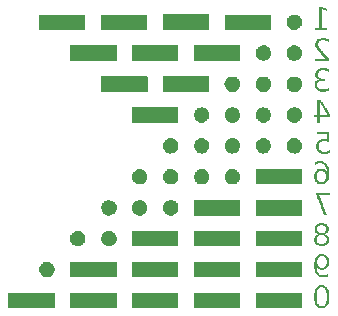
<source format=gbr>
G04*
G04 #@! TF.GenerationSoftware,Altium Limited,Altium Designer,22.4.2 (48)*
G04*
G04 Layer_Color=32896*
%FSLAX45Y45*%
%MOMM*%
G71*
G04*
G04 #@! TF.SameCoordinates,A1ACB9CE-F43E-4389-816B-9D06E944576F*
G04*
G04*
G04 #@! TF.FilePolarity,Positive*
G04*
G01*
G75*
G36*
X3455308Y2165895D02*
X3466789D01*
Y2160154D01*
X3478270D01*
Y2154414D01*
X3484011D01*
Y2148673D01*
X3489752D01*
Y2142932D01*
X3495492D01*
Y2131451D01*
X3501233D01*
Y2119970D01*
X3506973D01*
Y2102748D01*
X3512714D01*
Y2039602D01*
X3506973D01*
Y2016640D01*
X3501233D01*
Y2005159D01*
X3495492D01*
Y1999418D01*
X3489752D01*
Y1993678D01*
X3484011D01*
Y1987937D01*
X3478270D01*
Y1982197D01*
X3466789D01*
Y1976456D01*
X3426606D01*
Y1982197D01*
X3409384D01*
Y1987937D01*
X3403643D01*
Y1993678D01*
X3397903D01*
Y1999418D01*
X3392162D01*
Y2005159D01*
X3386421D01*
Y2022381D01*
X3380681D01*
Y2062565D01*
X3386421D01*
Y2079786D01*
X3392162D01*
Y2085527D01*
X3397903D01*
Y2091267D01*
X3403643D01*
Y2097008D01*
X3409384D01*
Y2102748D01*
X3426606D01*
Y2108489D01*
X3461049D01*
Y2102748D01*
X3478270D01*
Y2097008D01*
X3484011D01*
Y2091267D01*
X3489752D01*
Y2097008D01*
Y2108489D01*
X3484011D01*
Y2125711D01*
X3478270D01*
Y2137192D01*
X3472530D01*
Y2142932D01*
X3466789D01*
Y2148673D01*
X3449568D01*
Y2154414D01*
X3415124D01*
Y2148673D01*
X3397903D01*
Y2142932D01*
X3392162D01*
Y2165895D01*
X3403643D01*
Y2171635D01*
X3455308D01*
Y2165895D01*
D02*
G37*
G36*
X3277351Y2102748D02*
X3283091D01*
Y1976456D01*
X2886993D01*
Y2108489D01*
X3277351D01*
Y2102748D01*
D02*
G37*
G36*
X2714776Y2097008D02*
X2726257D01*
Y2091267D01*
X2731998D01*
Y2085527D01*
X2737739D01*
Y2079786D01*
X2743479D01*
Y2074046D01*
X2749220D01*
Y2062565D01*
X2754960D01*
Y2016640D01*
X2749220D01*
Y2005159D01*
X2743479D01*
Y1999418D01*
X2737739D01*
Y1993678D01*
X2731998D01*
Y1987937D01*
X2726257D01*
Y1982197D01*
X2714776D01*
Y1976456D01*
X2668852D01*
Y1982197D01*
X2657371D01*
Y1987937D01*
X2645890D01*
Y1993678D01*
X2640149D01*
Y2005159D01*
X2634408D01*
Y2010899D01*
X2628668D01*
Y2068305D01*
X2634408D01*
Y2074046D01*
X2640149D01*
Y2085527D01*
X2645890D01*
Y2091267D01*
X2657371D01*
Y2097008D01*
X2663112D01*
Y2102748D01*
X2714776D01*
Y2097008D01*
D02*
G37*
G36*
X2456451D02*
X2467933D01*
Y2091267D01*
X2473673D01*
Y2085527D01*
X2479414D01*
Y2079786D01*
X2485154D01*
Y2068305D01*
X2490895D01*
Y2051083D01*
X2496635D01*
Y2028121D01*
X2490895D01*
Y2010899D01*
X2485154D01*
Y1999418D01*
X2479414D01*
Y1993678D01*
X2473673D01*
Y1987937D01*
X2467933D01*
Y1982197D01*
X2456451D01*
Y1976456D01*
X2404786D01*
Y1982197D01*
X2393305D01*
Y1987937D01*
X2387565D01*
Y1993678D01*
X2381824D01*
Y1999418D01*
X2376084D01*
Y2005159D01*
X2370343D01*
Y2022381D01*
X2364602D01*
Y2051083D01*
Y2056824D01*
X2370343D01*
Y2074046D01*
X2376084D01*
Y2079786D01*
X2381824D01*
Y2085527D01*
X2387565D01*
Y2091267D01*
X2393305D01*
Y2097008D01*
X2404786D01*
Y2102748D01*
X2456451D01*
Y2097008D01*
D02*
G37*
G36*
X2192386D02*
X2203867D01*
Y2091267D01*
X2209607D01*
Y2085527D01*
X2215348D01*
Y2079786D01*
X2221089D01*
Y2074046D01*
X2226829D01*
Y2062565D01*
X2232570D01*
Y2039602D01*
Y2033862D01*
Y2016640D01*
X2226829D01*
Y2005159D01*
X2221089D01*
Y1999418D01*
X2215348D01*
Y1993678D01*
X2209607D01*
Y1987937D01*
X2203867D01*
Y1982197D01*
X2192386D01*
Y1976456D01*
X2140721D01*
Y1982197D01*
X2134980D01*
Y1987937D01*
X2123499D01*
Y1993678D01*
X2117759D01*
Y2005159D01*
X2112018D01*
Y2010899D01*
X2106277D01*
Y2039602D01*
X2100537D01*
Y2045343D01*
X2106277D01*
Y2068305D01*
X2112018D01*
Y2074046D01*
X2117759D01*
Y2085527D01*
X2123499D01*
Y2091267D01*
X2134980D01*
Y2097008D01*
X2140721D01*
Y2102748D01*
X2192386D01*
Y2097008D01*
D02*
G37*
G36*
X1928320D02*
X1939801D01*
Y2091267D01*
X1951282D01*
Y2085527D01*
X1957023D01*
Y2074046D01*
X1962763D01*
Y2068305D01*
X1968504D01*
Y2010899D01*
X1962763D01*
Y2005159D01*
X1957023D01*
Y1993678D01*
X1951282D01*
Y1987937D01*
X1939801D01*
Y1982197D01*
X1928320D01*
Y1976456D01*
X1882396D01*
Y1982197D01*
X1870914D01*
Y1987937D01*
X1865174D01*
Y1993678D01*
X1859433D01*
Y1999418D01*
X1853693D01*
Y2005159D01*
X1847952D01*
Y2016640D01*
X1842212D01*
Y2062565D01*
X1847952D01*
Y2074046D01*
X1853693D01*
Y2079786D01*
X1859433D01*
Y2085527D01*
X1865174D01*
Y2091267D01*
X1870914D01*
Y2097008D01*
X1882396D01*
Y2102748D01*
X1928320D01*
Y2097008D01*
D02*
G37*
G36*
X3518454Y1890348D02*
X3426606D01*
Y1878867D01*
X3432346D01*
Y1861645D01*
X3438087D01*
Y1850164D01*
X3443827D01*
Y1832942D01*
X3449568D01*
Y1815721D01*
X3455308D01*
Y1804239D01*
X3461049D01*
Y1787018D01*
X3466789D01*
Y1769796D01*
X3472530D01*
Y1758315D01*
X3478270D01*
Y1741093D01*
X3484011D01*
Y1723872D01*
X3489752D01*
Y1718131D01*
X3466789D01*
Y1723872D01*
X3461049D01*
Y1735353D01*
X3455308D01*
Y1752574D01*
X3449568D01*
Y1769796D01*
X3443827D01*
Y1781277D01*
X3438087D01*
Y1798499D01*
X3432346D01*
Y1815721D01*
X3426606D01*
Y1827202D01*
X3420865D01*
Y1844423D01*
X3415124D01*
Y1855904D01*
X3409384D01*
Y1873126D01*
X3403643D01*
Y1890348D01*
X3397903D01*
Y1907569D01*
X3518454D01*
Y1890348D01*
D02*
G37*
G36*
X3277351Y1838683D02*
X3283091D01*
Y1718131D01*
X3277351D01*
Y1712391D01*
X2886993D01*
Y1838683D01*
Y1844423D01*
X3277351D01*
Y1838683D01*
D02*
G37*
G36*
X2754960Y1832942D02*
Y1827202D01*
Y1712391D01*
X2364602D01*
Y1844423D01*
X2754960D01*
Y1832942D01*
D02*
G37*
G36*
X2186645Y1838683D02*
X2198126D01*
Y1832942D01*
X2209607D01*
Y1827202D01*
X2215348D01*
Y1821461D01*
X2221089D01*
Y1815721D01*
X2226829D01*
Y1798499D01*
X2232570D01*
Y1758315D01*
X2226829D01*
Y1741093D01*
X2221089D01*
Y1735353D01*
X2215348D01*
Y1729612D01*
X2209607D01*
Y1723872D01*
X2198126D01*
Y1718131D01*
X2186645D01*
Y1712391D01*
X2152202D01*
Y1718131D01*
X2134980D01*
Y1723872D01*
X2129240D01*
Y1729612D01*
X2123499D01*
Y1735353D01*
X2117759D01*
Y1741093D01*
X2112018D01*
Y1752574D01*
X2106277D01*
Y1775537D01*
X2100537D01*
Y1781277D01*
X2106277D01*
Y1804239D01*
X2112018D01*
Y1809980D01*
Y1815721D01*
X2117759D01*
Y1821461D01*
X2123499D01*
Y1827202D01*
X2129240D01*
Y1832942D01*
X2134980D01*
Y1838683D01*
X2152202D01*
Y1844423D01*
X2186645D01*
Y1838683D01*
D02*
G37*
G36*
X1922580D02*
X1934061D01*
Y1832942D01*
X1945542D01*
Y1827202D01*
X1951282D01*
Y1821461D01*
X1957023D01*
Y1815721D01*
X1962763D01*
Y1804239D01*
X1968504D01*
Y1752574D01*
X1962763D01*
Y1741093D01*
X1957023D01*
Y1735353D01*
X1951282D01*
Y1729612D01*
X1945542D01*
Y1723872D01*
X1934061D01*
Y1718131D01*
X1922580D01*
Y1712391D01*
X1888136D01*
Y1718131D01*
X1876655D01*
Y1723872D01*
X1865174D01*
Y1729612D01*
X1859433D01*
Y1735353D01*
X1853693D01*
Y1741093D01*
X1847952D01*
Y1752574D01*
X1842212D01*
Y1804239D01*
X1847952D01*
Y1815721D01*
X1853693D01*
Y1821461D01*
X1859433D01*
Y1827202D01*
X1865174D01*
Y1832942D01*
X1876655D01*
Y1838683D01*
X1888136D01*
Y1844423D01*
X1922580D01*
Y1838683D01*
D02*
G37*
G36*
X1658514D02*
X1675736D01*
Y1832942D01*
X1681476D01*
Y1827202D01*
X1692957D01*
Y1821461D01*
X1698698D01*
Y1809980D01*
X1704438D01*
Y1798499D01*
X1710179D01*
Y1758315D01*
X1704438D01*
Y1746834D01*
X1698698D01*
Y1735353D01*
X1692957D01*
Y1729612D01*
X1687217D01*
Y1723872D01*
X1675736D01*
Y1718131D01*
X1658514D01*
Y1712391D01*
X1629811D01*
Y1718131D01*
X1612589D01*
Y1723872D01*
X1606849D01*
Y1729612D01*
X1595368D01*
Y1741093D01*
X1589627D01*
Y1746834D01*
X1583887D01*
Y1752574D01*
Y1764056D01*
X1578146D01*
Y1792758D01*
X1583887D01*
Y1809980D01*
X1589627D01*
Y1815721D01*
X1595368D01*
Y1821461D01*
X1601108D01*
Y1827202D01*
X1606849D01*
Y1832942D01*
X1612589D01*
Y1838683D01*
X1629811D01*
Y1844423D01*
X1658514D01*
Y1838683D01*
D02*
G37*
G36*
X3466789Y1643504D02*
X3484011D01*
Y1637763D01*
X3489752D01*
Y1632023D01*
X3495492D01*
Y1626282D01*
X3501233D01*
Y1614801D01*
X3506973D01*
Y1580358D01*
X3501233D01*
Y1568877D01*
X3495492D01*
Y1563136D01*
X3484011D01*
Y1557395D01*
X3478270D01*
Y1551655D01*
X3489752D01*
Y1545914D01*
X3495492D01*
Y1540174D01*
X3501233D01*
Y1534433D01*
X3506973D01*
Y1528693D01*
X3512714D01*
Y1488509D01*
X3506973D01*
Y1477028D01*
X3501233D01*
Y1471287D01*
X3495492D01*
Y1465546D01*
X3489752D01*
Y1459806D01*
X3472530D01*
Y1454065D01*
X3420865D01*
Y1459806D01*
X3403643D01*
Y1465546D01*
X3397903D01*
Y1471287D01*
X3392162D01*
Y1477028D01*
X3386421D01*
Y1488509D01*
X3380681D01*
Y1522952D01*
X3386421D01*
Y1534433D01*
X3392162D01*
Y1540174D01*
X3397903D01*
Y1545914D01*
X3403643D01*
Y1551655D01*
X3415124D01*
Y1557395D01*
X3409384D01*
Y1563136D01*
X3397903D01*
Y1568877D01*
X3392162D01*
Y1580358D01*
X3386421D01*
Y1614801D01*
X3392162D01*
Y1626282D01*
X3397903D01*
Y1632023D01*
X3403643D01*
Y1637763D01*
X3409384D01*
Y1643504D01*
X3426606D01*
Y1649244D01*
X3466789D01*
Y1643504D01*
D02*
G37*
G36*
X3283091Y1454065D02*
X2886993D01*
Y1580358D01*
X3283091D01*
Y1454065D01*
D02*
G37*
G36*
X2754960D02*
X2364602D01*
Y1580358D01*
X2754960D01*
Y1454065D01*
D02*
G37*
G36*
X2232570D02*
X1842212D01*
Y1528693D01*
Y1534433D01*
Y1580358D01*
X2232570D01*
Y1454065D01*
D02*
G37*
G36*
X1669995Y1574617D02*
X1681476D01*
Y1568877D01*
X1687217D01*
Y1563136D01*
X1692957D01*
Y1557395D01*
X1698698D01*
Y1551655D01*
X1704438D01*
Y1534433D01*
X1710179D01*
Y1499990D01*
X1704438D01*
Y1482768D01*
X1698698D01*
Y1477028D01*
X1692957D01*
Y1471287D01*
X1687217D01*
Y1465546D01*
X1681476D01*
Y1459806D01*
X1669995D01*
Y1454065D01*
X1618330D01*
Y1459806D01*
X1606849D01*
Y1465546D01*
X1601108D01*
Y1471287D01*
X1595368D01*
Y1477028D01*
X1589627D01*
Y1488509D01*
X1583887D01*
Y1499990D01*
X1578146D01*
Y1534433D01*
X1583887D01*
Y1545914D01*
X1589627D01*
Y1557395D01*
X1595368D01*
Y1563136D01*
X1601108D01*
Y1568877D01*
X1606849D01*
Y1574617D01*
X1618330D01*
Y1580358D01*
X1669995D01*
Y1574617D01*
D02*
G37*
G36*
X1405929D02*
X1417410D01*
Y1568877D01*
X1423151D01*
Y1563136D01*
X1428892D01*
Y1557395D01*
X1434632D01*
Y1551655D01*
X1440373D01*
Y1540174D01*
X1446113D01*
Y1494249D01*
X1440373D01*
Y1482768D01*
X1434632D01*
Y1477028D01*
X1428892D01*
Y1471287D01*
X1423151D01*
Y1465546D01*
X1417410D01*
Y1459806D01*
X1405929D01*
Y1454065D01*
X1354264D01*
Y1459806D01*
X1348524D01*
Y1465546D01*
X1337043D01*
Y1471287D01*
X1331302D01*
Y1477028D01*
X1325562D01*
Y1488509D01*
X1319821D01*
Y1511471D01*
X1314080D01*
Y1522952D01*
X1319821D01*
Y1545914D01*
X1325562D01*
Y1551655D01*
X1331302D01*
Y1563136D01*
X1337043D01*
Y1568877D01*
X1348524D01*
Y1574617D01*
X1360005D01*
Y1580358D01*
X1405929D01*
Y1574617D01*
D02*
G37*
G36*
X3466789Y1379438D02*
X3484011D01*
Y1373698D01*
X3489752D01*
Y1367957D01*
X3495492D01*
Y1362216D01*
X3501233D01*
Y1356476D01*
X3506973D01*
Y1339254D01*
X3512714D01*
Y1299070D01*
X3506973D01*
Y1281849D01*
X3501233D01*
Y1276108D01*
X3495492D01*
Y1270368D01*
X3489752D01*
Y1264627D01*
X3484011D01*
Y1258886D01*
X3466789D01*
Y1253146D01*
X3432346D01*
Y1258886D01*
X3415124D01*
Y1264627D01*
X3409384D01*
Y1270368D01*
X3403643D01*
Y1253146D01*
X3409384D01*
Y1235924D01*
X3415124D01*
Y1224443D01*
X3420865D01*
Y1218703D01*
X3426606D01*
Y1212962D01*
X3443827D01*
Y1207222D01*
X3478270D01*
Y1212962D01*
X3495492D01*
Y1218703D01*
X3501233D01*
Y1195740D01*
X3489752D01*
Y1190000D01*
X3438087D01*
Y1195740D01*
X3426606D01*
Y1201481D01*
X3415124D01*
Y1207222D01*
X3409384D01*
Y1212962D01*
X3403643D01*
Y1218703D01*
X3397903D01*
Y1230184D01*
X3392162D01*
Y1241665D01*
X3386421D01*
Y1258886D01*
X3380681D01*
Y1322033D01*
X3386421D01*
Y1344995D01*
X3392162D01*
Y1356476D01*
X3397903D01*
Y1362216D01*
X3403643D01*
Y1367957D01*
X3409384D01*
Y1373698D01*
X3415124D01*
Y1379438D01*
X3426606D01*
Y1385179D01*
X3466789D01*
Y1379438D01*
D02*
G37*
G36*
X3277351Y1316292D02*
X3283091D01*
Y1190000D01*
X2886993D01*
Y1322033D01*
X3277351D01*
Y1316292D01*
D02*
G37*
G36*
X2754960Y1190000D02*
X2364602D01*
Y1322033D01*
X2754960D01*
Y1190000D01*
D02*
G37*
G36*
X2232570D02*
X1842212D01*
Y1322033D01*
X2232570D01*
Y1190000D01*
D02*
G37*
G36*
X1710179D02*
X1319821D01*
Y1270368D01*
Y1276108D01*
Y1322033D01*
X1710179D01*
Y1190000D01*
D02*
G37*
G36*
X1124642Y1316292D02*
X1147604D01*
Y1310552D01*
X1159086D01*
Y1304811D01*
X1164826D01*
Y1299070D01*
X1170567D01*
Y1293330D01*
X1176307D01*
Y1281849D01*
X1182048D01*
Y1264627D01*
X1187788D01*
Y1241665D01*
X1182048D01*
Y1224443D01*
X1176307D01*
Y1218703D01*
X1170567D01*
Y1207222D01*
X1164826D01*
Y1201481D01*
X1153345D01*
Y1195740D01*
X1141864D01*
Y1190000D01*
X1101680D01*
Y1195740D01*
X1084458D01*
Y1201481D01*
X1078718D01*
Y1207222D01*
X1072977D01*
Y1212962D01*
X1067237D01*
Y1224443D01*
X1061496D01*
Y1235924D01*
X1055755D01*
Y1276108D01*
X1061496D01*
Y1287589D01*
X1067237D01*
Y1293330D01*
X1072977D01*
Y1299070D01*
X1078718D01*
Y1304811D01*
X1084458D01*
Y1310552D01*
X1090199D01*
Y1316292D01*
X1113161D01*
Y1322033D01*
X1124642D01*
Y1316292D01*
D02*
G37*
G36*
X3466789Y1115373D02*
X3478270D01*
Y1109632D01*
X3484011D01*
Y1103891D01*
X3489752D01*
Y1098151D01*
X3495492D01*
Y1092410D01*
X3501233D01*
Y1080929D01*
X3506973D01*
Y1057967D01*
X3512714D01*
Y989080D01*
X3506973D01*
Y966118D01*
X3501233D01*
Y954637D01*
X3495492D01*
Y948897D01*
X3489752D01*
Y943156D01*
X3484011D01*
Y937415D01*
X3478270D01*
Y931675D01*
X3466789D01*
Y925934D01*
X3426606D01*
Y931675D01*
X3415124D01*
Y937415D01*
X3409384D01*
Y943156D01*
X3403643D01*
Y948897D01*
X3397903D01*
Y954637D01*
X3392162D01*
Y966118D01*
X3386421D01*
Y989080D01*
X3380681D01*
Y1057967D01*
X3386421D01*
Y1080929D01*
X3392162D01*
Y1092410D01*
X3397903D01*
Y1098151D01*
X3403643D01*
Y1103891D01*
X3409384D01*
Y1109632D01*
X3415124D01*
Y1115373D01*
X3426606D01*
Y1121113D01*
X3466789D01*
Y1115373D01*
D02*
G37*
G36*
X3283091Y931675D02*
X3277351D01*
Y925934D01*
X2886993D01*
Y1046486D01*
Y1052226D01*
Y1057967D01*
X3283091D01*
Y931675D01*
D02*
G37*
G36*
X2754960Y925934D02*
X2364602D01*
Y1057967D01*
X2754960D01*
Y925934D01*
D02*
G37*
G36*
X2232570D02*
X1842212D01*
Y1057967D01*
X2232570D01*
Y925934D01*
D02*
G37*
G36*
X1710179D02*
X1319821D01*
Y1057967D01*
X1710179D01*
Y925934D01*
D02*
G37*
G36*
X1187788Y931675D02*
X1182048D01*
Y925934D01*
X791690D01*
Y1057967D01*
X1187788D01*
Y931675D01*
D02*
G37*
G36*
X3461049Y3469001D02*
X3484011D01*
Y3463261D01*
X3495492D01*
Y3446039D01*
X3484011D01*
Y3451779D01*
X3461049D01*
Y3457520D01*
X3449568D01*
Y3423076D01*
Y3417336D01*
Y3302525D01*
X3489752D01*
Y3285303D01*
X3386421D01*
Y3302525D01*
X3426606D01*
Y3474742D01*
X3461049D01*
Y3469001D01*
D02*
G37*
G36*
X3242908Y3405855D02*
X3254389D01*
Y3400114D01*
X3260129D01*
Y3394374D01*
X3265870D01*
Y3388633D01*
X3271610D01*
Y3377152D01*
X3277351D01*
Y3319746D01*
X3271610D01*
Y3314006D01*
X3265870D01*
Y3302525D01*
X3260129D01*
Y3296784D01*
X3248648D01*
Y3291044D01*
X3237167D01*
Y3285303D01*
X3191243D01*
Y3291044D01*
X3179761D01*
Y3296784D01*
X3174021D01*
Y3302525D01*
X3168280D01*
Y3308265D01*
X3162540D01*
Y3314006D01*
X3156799D01*
Y3325487D01*
X3151059D01*
Y3371412D01*
X3156799D01*
Y3382893D01*
X3162540D01*
Y3388633D01*
X3168280D01*
Y3394374D01*
X3174021D01*
Y3400114D01*
X3179761D01*
Y3405855D01*
X3191243D01*
Y3411595D01*
X3242908D01*
Y3405855D01*
D02*
G37*
G36*
X3019026Y3285303D02*
X2628668D01*
Y3411595D01*
X3019026D01*
Y3285303D01*
D02*
G37*
G36*
X1968504D02*
X1578146D01*
Y3411595D01*
X1968504D01*
Y3285303D01*
D02*
G37*
G36*
X1446113D02*
X1055755D01*
Y3394374D01*
Y3400114D01*
Y3411595D01*
X1446113D01*
Y3285303D01*
D02*
G37*
G36*
X2496635D02*
X2490895D01*
Y3279563D01*
X2106277D01*
Y3285303D01*
X2100537D01*
Y3411595D01*
X2106277D01*
Y3417336D01*
X2496635D01*
Y3285303D01*
D02*
G37*
G36*
X3484011Y3210676D02*
X3501233D01*
Y3204935D01*
X3512714D01*
Y3176233D01*
X3506973D01*
Y3181973D01*
X3501233D01*
Y3187714D01*
X3489752D01*
Y3193454D01*
X3472530D01*
Y3199195D01*
X3438087D01*
Y3193454D01*
X3426606D01*
Y3187714D01*
X3420865D01*
Y3176233D01*
X3415124D01*
Y3147530D01*
X3420865D01*
Y3136049D01*
X3426606D01*
Y3130308D01*
X3432346D01*
Y3118827D01*
X3438087D01*
Y3113086D01*
X3443827D01*
Y3107346D01*
X3449568D01*
Y3101605D01*
X3455308D01*
Y3095865D01*
X3461049D01*
Y3090124D01*
X3466789D01*
Y3084384D01*
X3472530D01*
Y3078643D01*
X3478270D01*
Y3072902D01*
X3484011D01*
Y3067162D01*
X3489752D01*
Y3061421D01*
X3495492D01*
Y3055681D01*
X3501233D01*
Y3049940D01*
X3506973D01*
Y3044200D01*
X3512714D01*
Y3021238D01*
X3392162D01*
Y3038459D01*
X3478270D01*
Y3044200D01*
X3472530D01*
Y3049940D01*
X3466789D01*
Y3055681D01*
X3461049D01*
Y3061421D01*
X3455308D01*
Y3067162D01*
X3449568D01*
Y3072902D01*
X3443827D01*
Y3078643D01*
X3438087D01*
Y3090124D01*
X3432346D01*
Y3095865D01*
X3426606D01*
Y3101605D01*
X3420865D01*
Y3107346D01*
X3415124D01*
Y3113086D01*
X3409384D01*
Y3118827D01*
X3403643D01*
Y3130308D01*
X3397903D01*
Y3141789D01*
X3392162D01*
Y3176233D01*
X3397903D01*
Y3187714D01*
X3403643D01*
Y3199195D01*
X3409384D01*
Y3204935D01*
X3420865D01*
Y3210676D01*
X3438087D01*
Y3216416D01*
X3484011D01*
Y3210676D01*
D02*
G37*
G36*
X3231427Y3147530D02*
X3248648D01*
Y3141789D01*
X3254389D01*
Y3136049D01*
X3260129D01*
Y3130308D01*
X3265870D01*
Y3124568D01*
X3271610D01*
Y3113086D01*
X3277351D01*
Y3090124D01*
X3283091D01*
Y3084384D01*
X3277351D01*
Y3061421D01*
X3271610D01*
Y3049940D01*
X3265870D01*
Y3044200D01*
X3260129D01*
Y3038459D01*
X3254389D01*
Y3032719D01*
X3242908D01*
Y3026978D01*
X3231427D01*
Y3021238D01*
X3196983D01*
Y3026978D01*
X3185502D01*
Y3032719D01*
X3174021D01*
Y3038459D01*
X3168280D01*
Y3044200D01*
X3162540D01*
Y3055681D01*
X3156799D01*
Y3067162D01*
X3151059D01*
Y3113086D01*
X3156799D01*
Y3124568D01*
X3162540D01*
Y3130308D01*
X3168280D01*
Y3136049D01*
X3174021D01*
Y3141789D01*
X3185502D01*
Y3147530D01*
X3196983D01*
Y3153270D01*
X3231427D01*
Y3147530D01*
D02*
G37*
G36*
X2973101D02*
X2984583D01*
Y3141789D01*
X2996064D01*
Y3136049D01*
X3001804D01*
Y3130308D01*
X3007545D01*
Y3118827D01*
X3013285D01*
Y3107346D01*
X3019026D01*
Y3067162D01*
X3013285D01*
Y3055681D01*
X3007545D01*
Y3044200D01*
X3001804D01*
Y3038459D01*
X2990323D01*
Y3032719D01*
X2984583D01*
Y3026978D01*
X2967361D01*
Y3021238D01*
X2938658D01*
Y3026978D01*
X2921436D01*
Y3032719D01*
X2915696D01*
Y3038459D01*
X2909955D01*
Y3044200D01*
X2904215D01*
Y3049940D01*
X2898474D01*
Y3055681D01*
X2892734D01*
Y3072902D01*
X2886993D01*
Y3101605D01*
X2892734D01*
Y3118827D01*
X2898474D01*
Y3124568D01*
X2904215D01*
Y3130308D01*
X2909955D01*
Y3136049D01*
X2915696D01*
Y3141789D01*
X2921436D01*
Y3147530D01*
X2938658D01*
Y3153270D01*
X2973101D01*
Y3147530D01*
D02*
G37*
G36*
X2754960Y3021238D02*
X2364602D01*
Y3153270D01*
X2754960D01*
Y3021238D01*
D02*
G37*
G36*
X2232570D02*
X1842212D01*
Y3153270D01*
X2232570D01*
Y3021238D01*
D02*
G37*
G36*
X1710179Y3044200D02*
Y3038459D01*
Y3021238D01*
X1319821D01*
Y3153270D01*
X1710179D01*
Y3044200D01*
D02*
G37*
G36*
X3489752Y2952351D02*
X3506973D01*
Y2929389D01*
X3501233D01*
Y2935129D01*
X3478270D01*
Y2940870D01*
X3438087D01*
Y2935129D01*
X3426606D01*
Y2929389D01*
X3420865D01*
Y2923648D01*
X3415124D01*
Y2889205D01*
X3420865D01*
Y2883464D01*
X3426606D01*
Y2877723D01*
X3438087D01*
Y2871983D01*
X3478270D01*
Y2854761D01*
X3438087D01*
Y2849021D01*
X3420865D01*
Y2843280D01*
X3415124D01*
Y2831799D01*
X3409384D01*
Y2803096D01*
X3415124D01*
Y2791615D01*
X3426606D01*
Y2785875D01*
X3438087D01*
Y2780134D01*
X3484011D01*
Y2785875D01*
X3501233D01*
Y2791615D01*
X3506973D01*
Y2797356D01*
X3512714D01*
Y2774393D01*
X3506973D01*
Y2768653D01*
X3484011D01*
Y2762912D01*
X3432346D01*
Y2768653D01*
X3415124D01*
Y2774393D01*
X3409384D01*
Y2780134D01*
X3397903D01*
Y2791615D01*
X3392162D01*
Y2803096D01*
X3386421D01*
Y2837540D01*
X3392162D01*
Y2849021D01*
X3397903D01*
Y2854761D01*
X3409384D01*
Y2860502D01*
X3420865D01*
Y2866242D01*
X3415124D01*
Y2871983D01*
X3403643D01*
Y2877723D01*
X3397903D01*
Y2889205D01*
X3392162D01*
Y2923648D01*
X3397903D01*
Y2935129D01*
X3403643D01*
Y2940870D01*
X3409384D01*
Y2946610D01*
X3415124D01*
Y2952351D01*
X3432346D01*
Y2958091D01*
X3489752D01*
Y2952351D01*
D02*
G37*
G36*
X3242908Y2883464D02*
X3248648D01*
Y2877723D01*
X3260129D01*
Y2871983D01*
X3265870D01*
Y2866242D01*
X3271610D01*
Y2854761D01*
X3277351D01*
Y2837540D01*
X3283091D01*
Y2814578D01*
X3277351D01*
Y2797356D01*
X3271610D01*
Y2785875D01*
X3265870D01*
Y2780134D01*
X3260129D01*
Y2774393D01*
X3254389D01*
Y2768653D01*
X3242908D01*
Y2762912D01*
X3231427D01*
Y2757172D01*
X3202724D01*
Y2762912D01*
X3185502D01*
Y2768653D01*
X3174021D01*
Y2774393D01*
X3168280D01*
Y2780134D01*
X3162540D01*
Y2785875D01*
X3156799D01*
Y2797356D01*
X3151059D01*
Y2849021D01*
X3156799D01*
Y2860502D01*
X3162540D01*
Y2866242D01*
X3168280D01*
Y2871983D01*
X3174021D01*
Y2877723D01*
X3179761D01*
Y2883464D01*
X3191243D01*
Y2889205D01*
X3242908D01*
Y2883464D01*
D02*
G37*
G36*
X2978842D02*
X2990323D01*
Y2877723D01*
X2996064D01*
Y2871983D01*
X3001804D01*
Y2866242D01*
X3007545D01*
Y2860502D01*
X3013285D01*
Y2849021D01*
X3019026D01*
Y2803096D01*
X3013285D01*
Y2791615D01*
X3007545D01*
Y2780134D01*
X3001804D01*
Y2774393D01*
X2990323D01*
Y2768653D01*
X2984583D01*
Y2762912D01*
X2967361D01*
Y2757172D01*
X2938658D01*
Y2762912D01*
X2921436D01*
Y2768653D01*
X2915696D01*
Y2774393D01*
X2909955D01*
Y2780134D01*
X2904215D01*
Y2785875D01*
X2898474D01*
Y2791615D01*
X2892734D01*
Y2808837D01*
X2886993D01*
Y2843280D01*
X2892734D01*
Y2854761D01*
X2898474D01*
Y2866242D01*
X2904215D01*
Y2871983D01*
X2909955D01*
Y2877723D01*
X2915696D01*
Y2883464D01*
X2927177D01*
Y2889205D01*
X2978842D01*
Y2883464D01*
D02*
G37*
G36*
X2714776D02*
X2726257D01*
Y2877723D01*
X2731998D01*
Y2871983D01*
X2737739D01*
Y2866242D01*
X2743479D01*
Y2860502D01*
X2749220D01*
Y2849021D01*
X2754960D01*
Y2797356D01*
X2749220D01*
Y2785875D01*
X2743479D01*
Y2780134D01*
X2737739D01*
Y2774393D01*
X2731998D01*
Y2768653D01*
X2720517D01*
Y2762912D01*
X2703295D01*
Y2757172D01*
X2674593D01*
Y2762912D01*
X2663112D01*
Y2768653D01*
X2651630D01*
Y2774393D01*
X2645890D01*
Y2780134D01*
X2640149D01*
Y2785875D01*
X2634408D01*
Y2797356D01*
X2628668D01*
Y2814578D01*
X2622927D01*
Y2837540D01*
X2628668D01*
Y2854761D01*
X2634408D01*
Y2866242D01*
X2640149D01*
Y2871983D01*
X2645890D01*
Y2877723D01*
X2657371D01*
Y2883464D01*
X2663112D01*
Y2889205D01*
X2714776D01*
Y2883464D01*
D02*
G37*
G36*
X2496635Y2762912D02*
X2490895D01*
Y2757172D01*
X2106277D01*
Y2762912D01*
X2100537D01*
Y2889205D01*
X2106277D01*
Y2894945D01*
X2496635D01*
Y2762912D01*
D02*
G37*
G36*
X1968504Y2889205D02*
X1974244D01*
Y2762912D01*
X1968504D01*
Y2757172D01*
X1578146D01*
Y2894945D01*
X1968504D01*
Y2889205D01*
D02*
G37*
G36*
X3443827Y2676804D02*
X3449568D01*
Y2671063D01*
X3455308D01*
Y2659582D01*
X3461049D01*
Y2653842D01*
X3466789D01*
Y2642361D01*
X3472530D01*
Y2636620D01*
X3478270D01*
Y2625139D01*
X3484011D01*
Y2619399D01*
X3489752D01*
Y2607917D01*
X3495492D01*
Y2602177D01*
X3501233D01*
Y2590696D01*
X3506973D01*
Y2584955D01*
X3512714D01*
Y2573474D01*
X3518454D01*
Y2544771D01*
X3432346D01*
Y2498847D01*
X3409384D01*
Y2544771D01*
X3380681D01*
Y2561993D01*
X3409384D01*
Y2625139D01*
Y2630880D01*
Y2688285D01*
X3443827D01*
Y2676804D01*
D02*
G37*
G36*
X3225686Y2625139D02*
X3242908D01*
Y2619399D01*
X3254389D01*
Y2613658D01*
X3260129D01*
Y2607917D01*
X3265870D01*
Y2602177D01*
X3271610D01*
Y2590696D01*
X3277351D01*
Y2567733D01*
X3283091D01*
Y2561993D01*
X3277351D01*
Y2539031D01*
X3271610D01*
Y2527550D01*
X3265870D01*
Y2521809D01*
X3260129D01*
Y2516069D01*
X3254389D01*
Y2510328D01*
X3248648D01*
Y2504587D01*
X3237167D01*
Y2498847D01*
X3196983D01*
Y2504587D01*
X3179761D01*
Y2510328D01*
X3174021D01*
Y2516069D01*
X3168280D01*
Y2521809D01*
X3162540D01*
Y2527550D01*
X3156799D01*
Y2539031D01*
X3151059D01*
Y2584955D01*
X3156799D01*
Y2596436D01*
X3162540D01*
Y2607917D01*
X3168280D01*
Y2613658D01*
X3179761D01*
Y2619399D01*
X3185502D01*
Y2625139D01*
X3202724D01*
Y2630880D01*
X3225686D01*
Y2625139D01*
D02*
G37*
G36*
X2961620D02*
X2984583D01*
Y2619399D01*
X2990323D01*
Y2613658D01*
X2996064D01*
Y2607917D01*
X3001804D01*
Y2602177D01*
X3007545D01*
Y2596436D01*
X3013285D01*
Y2584955D01*
X3019026D01*
Y2544771D01*
X3013285D01*
Y2533290D01*
X3007545D01*
Y2521809D01*
X3001804D01*
Y2516069D01*
X2996064D01*
Y2510328D01*
X2984583D01*
Y2504587D01*
X2973101D01*
Y2498847D01*
X2932918D01*
Y2504587D01*
X2921436D01*
Y2510328D01*
X2909955D01*
Y2516069D01*
X2904215D01*
Y2527550D01*
X2898474D01*
Y2533290D01*
X2892734D01*
Y2550512D01*
X2886993D01*
Y2579215D01*
X2892734D01*
Y2584955D01*
Y2590696D01*
X2898474D01*
Y2602177D01*
X2904215D01*
Y2607917D01*
X2909955D01*
Y2613658D01*
X2915696D01*
Y2619399D01*
X2927177D01*
Y2625139D01*
X2944399D01*
Y2630880D01*
X2961620D01*
Y2625139D01*
D02*
G37*
G36*
X2703295D02*
X2720517D01*
Y2619399D01*
X2731998D01*
Y2613658D01*
X2737739D01*
Y2607917D01*
X2743479D01*
Y2596436D01*
X2749220D01*
Y2584955D01*
X2754960D01*
Y2539031D01*
X2749220D01*
Y2527550D01*
X2743479D01*
Y2521809D01*
X2737739D01*
Y2516069D01*
X2731998D01*
Y2510328D01*
X2726257D01*
Y2504587D01*
X2709036D01*
Y2498847D01*
X2668852D01*
Y2504587D01*
X2657371D01*
Y2510328D01*
X2651630D01*
Y2516069D01*
X2645890D01*
Y2521809D01*
X2640149D01*
Y2527550D01*
X2634408D01*
Y2539031D01*
X2628668D01*
Y2590696D01*
X2634408D01*
Y2602177D01*
X2640149D01*
Y2607917D01*
X2645890D01*
Y2613658D01*
X2651630D01*
Y2619399D01*
X2663112D01*
Y2625139D01*
X2680333D01*
Y2630880D01*
X2703295D01*
Y2625139D01*
D02*
G37*
G36*
X2439230D02*
X2456451D01*
Y2619399D01*
X2467933D01*
Y2613658D01*
X2473673D01*
Y2607917D01*
X2479414D01*
Y2602177D01*
X2485154D01*
Y2590696D01*
X2490895D01*
Y2584955D01*
Y2579215D01*
X2496635D01*
Y2550512D01*
X2490895D01*
Y2533290D01*
X2485154D01*
Y2527550D01*
X2479414D01*
Y2516069D01*
X2473673D01*
Y2510328D01*
X2462192D01*
Y2504587D01*
X2450711D01*
Y2498847D01*
X2410527D01*
Y2504587D01*
X2399046D01*
Y2510328D01*
X2387565D01*
Y2516069D01*
X2381824D01*
Y2521809D01*
X2376084D01*
Y2533290D01*
X2370343D01*
Y2544771D01*
X2364602D01*
Y2584955D01*
X2370343D01*
Y2596436D01*
X2376084D01*
Y2602177D01*
X2381824D01*
Y2607917D01*
X2387565D01*
Y2613658D01*
X2393305D01*
Y2619399D01*
X2399046D01*
Y2625139D01*
X2422008D01*
Y2630880D01*
X2439230D01*
Y2625139D01*
D02*
G37*
G36*
X2232570Y2498847D02*
X1842212D01*
Y2630880D01*
X2232570D01*
Y2498847D01*
D02*
G37*
G36*
X3512714Y2332371D02*
X3506973D01*
Y2338111D01*
X3489752D01*
Y2343852D01*
X3449568D01*
Y2338111D01*
X3438087D01*
Y2332371D01*
X3432346D01*
Y2326630D01*
X3426606D01*
Y2315149D01*
X3420865D01*
Y2280706D01*
X3426606D01*
Y2269225D01*
X3432346D01*
Y2263484D01*
X3438087D01*
Y2257744D01*
X3449568D01*
Y2252003D01*
X3495492D01*
Y2257744D01*
X3512714D01*
Y2263484D01*
X3518454D01*
Y2240522D01*
X3501233D01*
Y2234781D01*
X3443827D01*
Y2240522D01*
X3426606D01*
Y2246262D01*
X3420865D01*
Y2252003D01*
X3415124D01*
Y2257744D01*
X3409384D01*
Y2263484D01*
X3403643D01*
Y2274965D01*
X3397903D01*
Y2297927D01*
Y2303668D01*
Y2315149D01*
X3403643D01*
Y2332371D01*
X3409384D01*
Y2338111D01*
X3415124D01*
Y2343852D01*
X3420865D01*
Y2349592D01*
X3426606D01*
Y2355333D01*
X3443827D01*
Y2361074D01*
X3489752D01*
Y2406998D01*
X3409384D01*
Y2424220D01*
X3512714D01*
Y2332371D01*
D02*
G37*
G36*
X3237167Y2361074D02*
X3248648D01*
Y2355333D01*
X3254389D01*
Y2349592D01*
X3260129D01*
Y2343852D01*
X3265870D01*
Y2338111D01*
X3271610D01*
Y2326630D01*
X3277351D01*
Y2303668D01*
X3283091D01*
Y2297927D01*
X3277351D01*
Y2286446D01*
Y2280706D01*
Y2274965D01*
X3271610D01*
Y2263484D01*
X3265870D01*
Y2257744D01*
X3260129D01*
Y2252003D01*
X3254389D01*
Y2246262D01*
X3242908D01*
Y2240522D01*
X3225686D01*
Y2234781D01*
X3208464D01*
Y2240522D01*
X3185502D01*
Y2246262D01*
X3179761D01*
Y2252003D01*
X3168280D01*
Y2257744D01*
X3162540D01*
Y2269225D01*
X3156799D01*
Y2280706D01*
X3151059D01*
Y2326630D01*
X3156799D01*
Y2338111D01*
X3162540D01*
Y2343852D01*
X3168280D01*
Y2349592D01*
X3174021D01*
Y2355333D01*
X3179761D01*
Y2361074D01*
X3191243D01*
Y2366814D01*
X3237167D01*
Y2361074D01*
D02*
G37*
G36*
X2973101D02*
X2984583D01*
Y2355333D01*
X2996064D01*
Y2349592D01*
X3001804D01*
Y2343852D01*
X3007545D01*
Y2332371D01*
X3013285D01*
Y2320890D01*
X3019026D01*
Y2280706D01*
X3013285D01*
Y2269225D01*
X3007545D01*
Y2263484D01*
X3001804D01*
Y2257744D01*
X2996064D01*
Y2252003D01*
X2990323D01*
Y2246262D01*
X2984583D01*
Y2240522D01*
X2961620D01*
Y2234781D01*
X2944399D01*
Y2240522D01*
X2927177D01*
Y2246262D01*
X2915696D01*
Y2252003D01*
X2909955D01*
Y2257744D01*
X2904215D01*
Y2263484D01*
X2898474D01*
Y2274965D01*
X2892734D01*
Y2286446D01*
X2886993D01*
Y2315149D01*
X2892734D01*
Y2332371D01*
X2898474D01*
Y2343852D01*
X2904215D01*
Y2349592D01*
X2909955D01*
Y2355333D01*
X2921436D01*
Y2361074D01*
X2932918D01*
Y2366814D01*
X2973101D01*
Y2361074D01*
D02*
G37*
G36*
X2714776D02*
X2726257D01*
Y2355333D01*
X2731998D01*
Y2349592D01*
X2737739D01*
Y2343852D01*
X2743479D01*
Y2338111D01*
X2749220D01*
Y2326630D01*
X2754960D01*
Y2280706D01*
X2749220D01*
Y2269225D01*
X2743479D01*
Y2257744D01*
X2737739D01*
Y2252003D01*
X2726257D01*
Y2246262D01*
X2720517D01*
Y2240522D01*
X2697555D01*
Y2234781D01*
X2680333D01*
Y2240522D01*
X2663112D01*
Y2246262D01*
X2651630D01*
Y2252003D01*
X2645890D01*
Y2257744D01*
X2640149D01*
Y2263484D01*
X2634408D01*
Y2274965D01*
X2628668D01*
Y2326630D01*
X2634408D01*
Y2338111D01*
X2640149D01*
Y2343852D01*
X2645890D01*
Y2349592D01*
X2651630D01*
Y2355333D01*
X2657371D01*
Y2361074D01*
X2668852D01*
Y2366814D01*
X2714776D01*
Y2361074D01*
D02*
G37*
G36*
X2450711D02*
X2462192D01*
Y2355333D01*
X2473673D01*
Y2349592D01*
X2479414D01*
Y2343852D01*
X2485154D01*
Y2332371D01*
X2490895D01*
Y2315149D01*
X2496635D01*
Y2286446D01*
X2490895D01*
Y2274965D01*
X2485154D01*
Y2263484D01*
X2479414D01*
Y2257744D01*
X2473673D01*
Y2252003D01*
X2467933D01*
Y2246262D01*
X2456451D01*
Y2240522D01*
X2439230D01*
Y2234781D01*
X2422008D01*
Y2240522D01*
X2399046D01*
Y2246262D01*
X2393305D01*
Y2252003D01*
X2387565D01*
Y2257744D01*
X2381824D01*
Y2263484D01*
X2376084D01*
Y2269225D01*
X2370343D01*
Y2280706D01*
X2364602D01*
Y2292187D01*
Y2297927D01*
Y2320890D01*
X2370343D01*
Y2332371D01*
X2376084D01*
Y2343852D01*
X2381824D01*
Y2349592D01*
X2387565D01*
Y2355333D01*
X2399046D01*
Y2361074D01*
X2410527D01*
Y2366814D01*
X2450711D01*
Y2361074D01*
D02*
G37*
G36*
X2192386D02*
X2203867D01*
Y2355333D01*
X2209607D01*
Y2349592D01*
X2215348D01*
Y2343852D01*
X2221089D01*
Y2338111D01*
X2226829D01*
Y2326630D01*
X2232570D01*
Y2280706D01*
X2226829D01*
Y2269225D01*
X2221089D01*
Y2257744D01*
X2215348D01*
Y2252003D01*
X2203867D01*
Y2246262D01*
X2198126D01*
Y2240522D01*
X2175164D01*
Y2234781D01*
X2157942D01*
Y2240522D01*
X2140721D01*
Y2246262D01*
X2129240D01*
Y2252003D01*
X2123499D01*
Y2257744D01*
X2117759D01*
Y2263484D01*
X2112018D01*
Y2274965D01*
X2106277D01*
Y2297927D01*
X2100537D01*
Y2303668D01*
X2106277D01*
Y2315149D01*
Y2320890D01*
Y2326630D01*
X2112018D01*
Y2338111D01*
X2117759D01*
Y2343852D01*
X2123499D01*
Y2349592D01*
X2129240D01*
Y2355333D01*
X2134980D01*
Y2361074D01*
X2146461D01*
Y2366814D01*
X2192386D01*
Y2361074D01*
D02*
G37*
%LPC*%
G36*
X3461049Y2091267D02*
X3426606D01*
Y2085527D01*
X3420865D01*
Y2079786D01*
X3415124D01*
Y2074046D01*
X3409384D01*
Y2062565D01*
X3403643D01*
Y2022381D01*
X3409384D01*
Y2010899D01*
X3415124D01*
Y2005159D01*
X3420865D01*
Y1999418D01*
X3426606D01*
Y1993678D01*
X3461049D01*
Y1999418D01*
X3466789D01*
Y2005159D01*
X3472530D01*
Y2010899D01*
X3478270D01*
Y2022381D01*
X3484011D01*
Y2062565D01*
X3478270D01*
Y2074046D01*
X3472530D01*
Y2079786D01*
X3466789D01*
Y2085527D01*
X3461049D01*
Y2091267D01*
D02*
G37*
G36*
Y1632023D02*
X3432346D01*
Y1626282D01*
X3420865D01*
Y1620542D01*
X3415124D01*
Y1614801D01*
X3409384D01*
Y1580358D01*
X3415124D01*
Y1574617D01*
X3420865D01*
Y1568877D01*
X3432346D01*
Y1563136D01*
X3461049D01*
Y1568877D01*
X3472530D01*
Y1574617D01*
X3478270D01*
Y1580358D01*
X3484011D01*
Y1614801D01*
X3478270D01*
Y1620542D01*
X3472530D01*
Y1626282D01*
X3461049D01*
Y1632023D01*
D02*
G37*
G36*
X3466789Y1545914D02*
X3426606D01*
Y1540174D01*
X3415124D01*
Y1534433D01*
X3409384D01*
Y1522952D01*
X3403643D01*
Y1494249D01*
X3409384D01*
Y1482768D01*
X3415124D01*
Y1477028D01*
X3426606D01*
Y1471287D01*
X3466789D01*
Y1477028D01*
X3478270D01*
Y1482768D01*
X3484011D01*
Y1494249D01*
X3489752D01*
Y1522952D01*
X3484011D01*
Y1534433D01*
X3478270D01*
Y1540174D01*
X3466789D01*
Y1545914D01*
D02*
G37*
G36*
Y1367957D02*
X3432346D01*
Y1362216D01*
X3426606D01*
Y1356476D01*
X3420865D01*
Y1350735D01*
X3415124D01*
Y1339254D01*
X3409384D01*
Y1299070D01*
X3415124D01*
Y1287589D01*
X3420865D01*
Y1281849D01*
X3426606D01*
Y1276108D01*
X3432346D01*
Y1270368D01*
X3466789D01*
Y1276108D01*
X3472530D01*
Y1281849D01*
X3478270D01*
Y1287589D01*
X3484011D01*
Y1299070D01*
X3489752D01*
Y1322033D01*
Y1327773D01*
Y1339254D01*
X3484011D01*
Y1350735D01*
X3478270D01*
Y1356476D01*
X3472530D01*
Y1362216D01*
X3466789D01*
Y1367957D01*
D02*
G37*
G36*
X3461049Y1103891D02*
X3432346D01*
Y1098151D01*
X3420865D01*
Y1086670D01*
X3415124D01*
Y1080929D01*
X3409384D01*
Y1057967D01*
X3403643D01*
Y989080D01*
X3409384D01*
Y966118D01*
X3415124D01*
Y960378D01*
X3420865D01*
Y948897D01*
X3432346D01*
Y943156D01*
X3461049D01*
Y948897D01*
X3472530D01*
Y960378D01*
X3478270D01*
Y966118D01*
X3484011D01*
Y989080D01*
X3489752D01*
Y1057967D01*
X3484011D01*
Y1080929D01*
X3478270D01*
Y1086670D01*
X3472530D01*
Y1098151D01*
X3461049D01*
Y1103891D01*
D02*
G37*
G36*
X3438087Y2665323D02*
X3432346D01*
Y2561993D01*
X3501233D01*
Y2567733D01*
X3495492D01*
Y2573474D01*
X3489752D01*
Y2584955D01*
X3484011D01*
Y2590696D01*
X3478270D01*
Y2602177D01*
X3472530D01*
Y2607917D01*
X3466789D01*
Y2619399D01*
X3461049D01*
Y2630880D01*
X3455308D01*
Y2636620D01*
X3449568D01*
Y2648101D01*
X3443827D01*
Y2653842D01*
X3438087D01*
Y2665323D01*
D02*
G37*
%LPD*%
M02*

</source>
